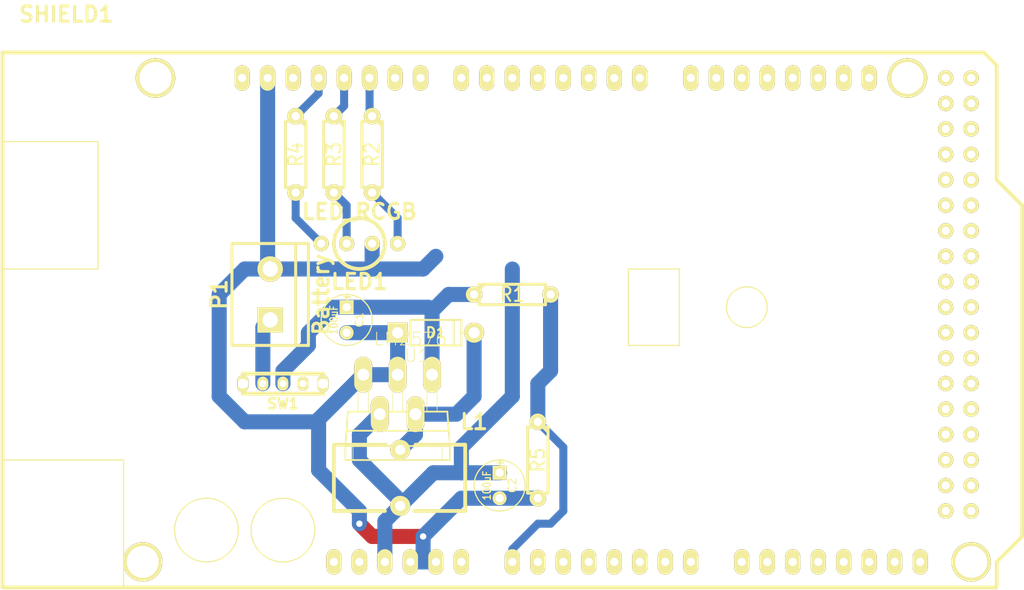
<source format=kicad_pcb>
(kicad_pcb (version 3) (host pcbnew "(2013-mar-13)-testing")

  (general
    (links 35)
    (no_connects 8)
    (area 0 0 0 0)
    (thickness 1.6)
    (drawings 0)
    (tracks 83)
    (zones 0)
    (modules 14)
    (nets 84)
  )

  (page A4)
  (layers
    (15 Comp. signal)
    (0 Cobre signal)
    (16 B.Adhes user)
    (17 F.Adhes user)
    (18 B.Paste user)
    (19 F.Paste user)
    (20 B.SilkS user)
    (21 F.SilkS user)
    (22 B.Mask user)
    (23 F.Mask user)
    (24 Dwgs.User user)
    (25 Cmts.User user)
    (26 Eco1.User user)
    (27 Eco2.User user)
    (28 Edge.Cuts user)
  )

  (setup
    (last_trace_width 1.5)
    (user_trace_width 1)
    (user_trace_width 1.5)
    (trace_clearance 0.5)
    (zone_clearance 0.508)
    (zone_45_only no)
    (trace_min 0.254)
    (segment_width 0.381)
    (edge_width 0.381)
    (via_size 0.889)
    (via_drill 0.635)
    (via_min_size 0.889)
    (via_min_drill 0.508)
    (uvia_size 0.508)
    (uvia_drill 0.127)
    (uvias_allowed no)
    (uvia_min_size 0.508)
    (uvia_min_drill 0.127)
    (pcb_text_width 0.3048)
    (pcb_text_size 1.524 2.032)
    (mod_edge_width 0.381)
    (mod_text_size 1.524 1.524)
    (mod_text_width 0.3048)
    (pad_size 1.1 1.7)
    (pad_drill 1)
    (pad_to_mask_clearance 0.2)
    (aux_axis_origin 0 0)
    (visible_elements FFFFFF7F)
    (pcbplotparams
      (layerselection 3178497)
      (usegerberextensions true)
      (excludeedgelayer true)
      (linewidth 0.100000)
      (plotframeref false)
      (viasonmask false)
      (mode 1)
      (useauxorigin false)
      (hpglpennumber 1)
      (hpglpenspeed 20)
      (hpglpendiameter 15)
      (hpglpenoverlay 2)
      (psnegative false)
      (psa4output false)
      (plotreference true)
      (plotvalue true)
      (plotothertext true)
      (plotinvisibletext false)
      (padsonsilk false)
      (subtractmaskfromsilk false)
      (outputformat 1)
      (mirror false)
      (drillshape 1)
      (scaleselection 1)
      (outputdirectory ""))
  )

  (net 0 "")
  (net 1 +5V)
  (net 2 +BATT)
  (net 3 BattVolt)
  (net 4 GND)
  (net 5 LedB)
  (net 6 LedG)
  (net 7 LedR)
  (net 8 N-0000013)
  (net 9 N-0000014)
  (net 10 N-0000015)
  (net 11 N-0000016)
  (net 12 N-0000017)
  (net 13 N-0000018)
  (net 14 N-0000019)
  (net 15 N-0000020)
  (net 16 N-0000021)
  (net 17 N-0000022)
  (net 18 N-0000023)
  (net 19 N-0000024)
  (net 20 N-0000025)
  (net 21 N-0000026)
  (net 22 N-0000027)
  (net 23 N-0000028)
  (net 24 N-0000029)
  (net 25 N-0000030)
  (net 26 N-0000031)
  (net 27 N-0000032)
  (net 28 N-0000033)
  (net 29 N-0000034)
  (net 30 N-0000035)
  (net 31 N-0000036)
  (net 32 N-0000037)
  (net 33 N-0000038)
  (net 34 N-0000039)
  (net 35 N-000004)
  (net 36 N-0000040)
  (net 37 N-0000041)
  (net 38 N-0000042)
  (net 39 N-0000043)
  (net 40 N-0000044)
  (net 41 N-0000045)
  (net 42 N-0000046)
  (net 43 N-0000047)
  (net 44 N-0000048)
  (net 45 N-0000049)
  (net 46 N-000005)
  (net 47 N-0000050)
  (net 48 N-0000051)
  (net 49 N-0000052)
  (net 50 N-0000053)
  (net 51 N-0000054)
  (net 52 N-0000055)
  (net 53 N-0000056)
  (net 54 N-0000057)
  (net 55 N-0000058)
  (net 56 N-0000059)
  (net 57 N-000006)
  (net 58 N-0000060)
  (net 59 N-0000061)
  (net 60 N-0000062)
  (net 61 N-0000063)
  (net 62 N-0000064)
  (net 63 N-0000065)
  (net 64 N-0000066)
  (net 65 N-0000067)
  (net 66 N-0000068)
  (net 67 N-0000069)
  (net 68 N-000007)
  (net 69 N-0000070)
  (net 70 N-0000071)
  (net 71 N-0000072)
  (net 72 N-0000073)
  (net 73 N-0000074)
  (net 74 N-0000075)
  (net 75 N-0000076)
  (net 76 N-0000077)
  (net 77 N-0000078)
  (net 78 N-0000079)
  (net 79 N-0000080)
  (net 80 N-0000081)
  (net 81 N-0000082)
  (net 82 N-0000083)
  (net 83 N-000009)

  (net_class Default "This is the default net class."
    (clearance 0.5)
    (trace_width 0.8)
    (via_dia 0.889)
    (via_drill 0.635)
    (uvia_dia 0.508)
    (uvia_drill 0.127)
    (add_net "")
    (add_net +5V)
    (add_net +BATT)
    (add_net BattVolt)
    (add_net GND)
    (add_net LedB)
    (add_net LedG)
    (add_net LedR)
    (add_net N-0000013)
    (add_net N-0000014)
    (add_net N-0000015)
    (add_net N-0000016)
    (add_net N-0000017)
    (add_net N-0000018)
    (add_net N-0000019)
    (add_net N-0000020)
    (add_net N-0000021)
    (add_net N-0000022)
    (add_net N-0000023)
    (add_net N-0000024)
    (add_net N-0000025)
    (add_net N-0000026)
    (add_net N-0000027)
    (add_net N-0000028)
    (add_net N-0000029)
    (add_net N-0000030)
    (add_net N-0000031)
    (add_net N-0000032)
    (add_net N-0000033)
    (add_net N-0000034)
    (add_net N-0000035)
    (add_net N-0000036)
    (add_net N-0000037)
    (add_net N-0000038)
    (add_net N-0000039)
    (add_net N-000004)
    (add_net N-0000040)
    (add_net N-0000041)
    (add_net N-0000042)
    (add_net N-0000043)
    (add_net N-0000044)
    (add_net N-0000045)
    (add_net N-0000046)
    (add_net N-0000047)
    (add_net N-0000048)
    (add_net N-0000049)
    (add_net N-000005)
    (add_net N-0000050)
    (add_net N-0000051)
    (add_net N-0000052)
    (add_net N-0000053)
    (add_net N-0000054)
    (add_net N-0000055)
    (add_net N-0000056)
    (add_net N-0000057)
    (add_net N-0000058)
    (add_net N-0000059)
    (add_net N-000006)
    (add_net N-0000060)
    (add_net N-0000061)
    (add_net N-0000062)
    (add_net N-0000063)
    (add_net N-0000064)
    (add_net N-0000065)
    (add_net N-0000066)
    (add_net N-0000067)
    (add_net N-0000068)
    (add_net N-0000069)
    (add_net N-000007)
    (add_net N-0000070)
    (add_net N-0000071)
    (add_net N-0000072)
    (add_net N-0000073)
    (add_net N-0000074)
    (add_net N-0000075)
    (add_net N-0000076)
    (add_net N-0000077)
    (add_net N-0000078)
    (add_net N-0000079)
    (add_net N-0000080)
    (add_net N-0000081)
    (add_net N-0000082)
    (add_net N-0000083)
    (add_net N-000009)
  )

  (module MICROSWITCH_SPST (layer Comp.) (tedit 51B8CA45) (tstamp 51B8C79F)
    (at 134.62 102.87)
    (descr "Connecteur 3 pins")
    (tags "CONN DEV")
    (path /51B8A3AE)
    (fp_text reference SW1 (at 0 2) (layer F.SilkS)
      (effects (font (size 1.016 1.016) (thickness 0.254)))
    )
    (fp_text value PowerSwitch (at 0 -2.54) (layer F.SilkS) hide
      (effects (font (size 1.016 1.016) (thickness 0.254)))
    )
    (fp_line (start 4 -1) (end -4 -1) (layer F.SilkS) (width 0.381))
    (fp_line (start 4 -1) (end 4 1) (layer F.SilkS) (width 0.381))
    (fp_line (start 4 1) (end -4 1) (layer F.SilkS) (width 0.381))
    (fp_line (start -4 1) (end -4 -1) (layer F.SilkS) (width 0.381))
    (pad 1 thru_hole oval (at -2 0) (size 1.1 1.397) (drill 0.7)
      (layers *.Cu *.Mask F.SilkS)
      (net 83 N-000009)
    )
    (pad 2 thru_hole oval (at 0 0) (size 1.1 1.397) (drill 0.7)
      (layers *.Cu *.Mask F.SilkS)
      (net 2 +BATT)
    )
    (pad 3 thru_hole oval (at 2 0) (size 1.1 1.397) (drill 0.7)
      (layers *.Cu *.Mask F.SilkS)
      (net 46 N-000005)
    )
    (pad 4 thru_hole oval (at 4 0) (size 1.1 1.7) (drill 1)
      (layers *.Cu *.Mask F.SilkS)
    )
    (pad 5 thru_hole oval (at -4 0) (size 1.1 1.7) (drill 1)
      (layers *.Cu *.Mask F.SilkS)
    )
    (model device/switch_slide_straight_terminal.wrl
      (at (xyz 0 0 0))
      (scale (xyz 0.33 0.33 0.33))
      (rotate (xyz 0 0 0))
    )
  )

  (module DO41_3 (layer Comp.) (tedit 51B8C836) (tstamp 51B8C861)
    (at 149.86 97.79)
    (descr "Diode DO41 3 pas")
    (tags D)
    (path /51B851F9)
    (autoplace_cost180 10)
    (fp_text reference D1 (at 0 0) (layer F.SilkS)
      (effects (font (size 1.016 1.016) (thickness 0.2032)))
    )
    (fp_text value 1N5822 (at 0 0) (layer F.SilkS) hide
      (effects (font (size 1.016 1.016) (thickness 0.2032)))
    )
    (fp_line (start -3.81 0) (end -2.54 0) (layer F.SilkS) (width 0.2032))
    (fp_line (start 2.54 0) (end 3.81 0) (layer F.SilkS) (width 0.2032))
    (fp_line (start 1.778 -1.27) (end 1.778 1.27) (layer F.SilkS) (width 0.2032))
    (fp_line (start 2.54 -1.27) (end -2.54 -1.27) (layer F.SilkS) (width 0.2032))
    (fp_line (start -2.54 -1.27) (end -2.54 1.27) (layer F.SilkS) (width 0.2032))
    (fp_line (start -2.54 1.27) (end 2.54 1.27) (layer F.SilkS) (width 0.2032))
    (fp_line (start 2.54 1.27) (end 2.54 -1.27) (layer F.SilkS) (width 0.2032))
    (pad 1 thru_hole rect (at -3.81 0) (size 2 2) (drill 1.1)
      (layers *.Cu *.Mask F.SilkS)
      (net 4 GND)
    )
    (pad 2 thru_hole circle (at 3.81 0) (size 2 2) (drill 1.1)
      (layers *.Cu *.Mask F.SilkS)
      (net 8 N-0000013)
    )
    (model diodes/do41_3.wrl
      (at (xyz 0 0 0))
      (scale (xyz 1 1 1))
      (rotate (xyz 0 0 0))
    )
  )

  (module ARDUINO_MEGA_SHIELD (layer Comp.) (tedit 4D35330D) (tstamp 51B84CE1)
    (at 106.68 123.19)
    (path /51B84CE1)
    (fp_text reference SHIELD1 (at 6.35 -57.15) (layer F.SilkS)
      (effects (font (thickness 0.3048)))
    )
    (fp_text value ARDUINO_MEGA_SHIELD (at 13.97 -54.61) (layer F.SilkS) hide
      (effects (font (thickness 0.3048)))
    )
    (fp_circle (center 27.94 -5.715) (end 31.115 -5.715) (layer F.SilkS) (width 0.127))
    (fp_circle (center 20.32 -5.715) (end 23.495 -5.715) (layer F.SilkS) (width 0.127))
    (fp_line (start 0 -12.7) (end 12.065 -12.7) (layer F.SilkS) (width 0.127))
    (fp_line (start 12.065 -12.7) (end 12.065 0) (layer F.SilkS) (width 0.127))
    (fp_line (start 0 -44.45) (end 9.525 -44.45) (layer F.SilkS) (width 0.127))
    (fp_line (start 9.525 -44.45) (end 9.525 -31.75) (layer F.SilkS) (width 0.127))
    (fp_line (start 9.525 -31.75) (end 0 -31.75) (layer F.SilkS) (width 0.127))
    (fp_line (start 62.357 -31.75) (end 62.357 -24.13) (layer F.SilkS) (width 0.127))
    (fp_line (start 62.357 -24.13) (end 67.437 -24.13) (layer F.SilkS) (width 0.127))
    (fp_line (start 67.437 -24.13) (end 67.437 -31.75) (layer F.SilkS) (width 0.127))
    (fp_line (start 67.437 -31.75) (end 62.357 -31.75) (layer F.SilkS) (width 0.127))
    (fp_circle (center 74.168 -27.94) (end 76.2 -27.94) (layer F.SilkS) (width 0.127))
    (fp_line (start 99.06 0) (end 0 0) (layer F.SilkS) (width 0.381))
    (fp_line (start 97.79 -53.34) (end 0 -53.34) (layer F.SilkS) (width 0.381))
    (fp_line (start 99.06 -40.64) (end 99.06 -52.07) (layer F.SilkS) (width 0.381))
    (fp_line (start 99.06 -52.07) (end 97.79 -53.34) (layer F.SilkS) (width 0.381))
    (fp_line (start 0 0) (end 0 -53.34) (layer F.SilkS) (width 0.381))
    (fp_line (start 99.06 -40.64) (end 101.6 -38.1) (layer F.SilkS) (width 0.381))
    (fp_line (start 101.6 -38.1) (end 101.6 -5.08) (layer F.SilkS) (width 0.381))
    (fp_line (start 101.6 -5.08) (end 99.06 -2.54) (layer F.SilkS) (width 0.381))
    (fp_line (start 99.06 -2.54) (end 99.06 0) (layer F.SilkS) (width 0.381))
    (pad 14 thru_hole oval (at 68.58 -50.8 90) (size 2.54 1.524) (drill 0.8128)
      (layers *.Cu *.Mask F.SilkS)
      (net 59 N-0000061)
    )
    (pad 15 thru_hole oval (at 71.12 -50.8 90) (size 2.54 1.524) (drill 0.8128)
      (layers *.Cu *.Mask F.SilkS)
      (net 63 N-0000065)
    )
    (pad 16 thru_hole oval (at 73.66 -50.8 90) (size 2.54 1.524) (drill 0.8128)
      (layers *.Cu *.Mask F.SilkS)
      (net 67 N-0000069)
    )
    (pad 17 thru_hole oval (at 76.2 -50.8 90) (size 2.54 1.524) (drill 0.8128)
      (layers *.Cu *.Mask F.SilkS)
      (net 71 N-0000072)
    )
    (pad 18 thru_hole oval (at 78.74 -50.8 90) (size 2.54 1.524) (drill 0.8128)
      (layers *.Cu *.Mask F.SilkS)
      (net 75 N-0000076)
    )
    (pad 19 thru_hole oval (at 81.28 -50.8 90) (size 2.54 1.524) (drill 0.8128)
      (layers *.Cu *.Mask F.SilkS)
      (net 79 N-0000080)
    )
    (pad 20 thru_hole oval (at 83.82 -50.8 90) (size 2.54 1.524) (drill 0.8128)
      (layers *.Cu *.Mask F.SilkS)
      (net 20 N-0000025)
    )
    (pad 21 thru_hole oval (at 86.36 -50.8 90) (size 2.54 1.524) (drill 0.8128)
      (layers *.Cu *.Mask F.SilkS)
      (net 23 N-0000028)
    )
    (pad AD15 thru_hole oval (at 91.44 -2.54 90) (size 2.54 1.524) (drill 0.8128)
      (layers *.Cu *.Mask F.SilkS)
      (net 52 N-0000055)
    )
    (pad AD14 thru_hole oval (at 88.9 -2.54 90) (size 2.54 1.524) (drill 0.8128)
      (layers *.Cu *.Mask F.SilkS)
      (net 51 N-0000054)
    )
    (pad AD13 thru_hole oval (at 86.36 -2.54 90) (size 2.54 1.524) (drill 0.8128)
      (layers *.Cu *.Mask F.SilkS)
      (net 50 N-0000053)
    )
    (pad AD12 thru_hole oval (at 83.82 -2.54 90) (size 2.54 1.524) (drill 0.8128)
      (layers *.Cu *.Mask F.SilkS)
      (net 49 N-0000052)
    )
    (pad AD8 thru_hole oval (at 73.66 -2.54 90) (size 2.54 1.524) (drill 0.8128)
      (layers *.Cu *.Mask F.SilkS)
      (net 43 N-0000047)
    )
    (pad AD7 thru_hole oval (at 68.58 -2.54 90) (size 2.54 1.524) (drill 0.8128)
      (layers *.Cu *.Mask F.SilkS)
      (net 42 N-0000046)
    )
    (pad AD6 thru_hole oval (at 66.04 -2.54 90) (size 2.54 1.524) (drill 0.8128)
      (layers *.Cu *.Mask F.SilkS)
      (net 41 N-0000045)
    )
    (pad AD9 thru_hole oval (at 76.2 -2.54 90) (size 2.54 1.524) (drill 0.8128)
      (layers *.Cu *.Mask F.SilkS)
      (net 44 N-0000048)
    )
    (pad AD10 thru_hole oval (at 78.74 -2.54 90) (size 2.54 1.524) (drill 0.8128)
      (layers *.Cu *.Mask F.SilkS)
      (net 47 N-0000050)
    )
    (pad AD11 thru_hole oval (at 81.28 -2.54 90) (size 2.54 1.524) (drill 0.8128)
      (layers *.Cu *.Mask F.SilkS)
      (net 48 N-0000051)
    )
    (pad AD5 thru_hole oval (at 63.5 -2.54 90) (size 2.54 1.524) (drill 0.8128)
      (layers *.Cu *.Mask F.SilkS)
      (net 40 N-0000044)
    )
    (pad AD4 thru_hole oval (at 60.96 -2.54 90) (size 2.54 1.524) (drill 0.8128)
      (layers *.Cu *.Mask F.SilkS)
      (net 39 N-0000043)
    )
    (pad AD3 thru_hole oval (at 58.42 -2.54 90) (size 2.54 1.524) (drill 0.8128)
      (layers *.Cu *.Mask F.SilkS)
      (net 37 N-0000041)
    )
    (pad AD0 thru_hole oval (at 50.8 -2.54 90) (size 2.54 1.524) (drill 0.8128)
      (layers *.Cu *.Mask F.SilkS)
      (net 3 BattVolt)
    )
    (pad AD1 thru_hole oval (at 53.34 -2.54 90) (size 2.54 1.524) (drill 0.8128)
      (layers *.Cu *.Mask F.SilkS)
      (net 34 N-0000039)
    )
    (pad AD2 thru_hole oval (at 55.88 -2.54 90) (size 2.54 1.524) (drill 0.8128)
      (layers *.Cu *.Mask F.SilkS)
      (net 36 N-0000040)
    )
    (pad V_IN thru_hole oval (at 45.72 -2.54 90) (size 2.54 1.524) (drill 0.8128)
      (layers *.Cu *.Mask F.SilkS)
      (net 54 N-0000057)
    )
    (pad GND2 thru_hole oval (at 43.18 -2.54 90) (size 2.54 1.524) (drill 0.8128)
      (layers *.Cu *.Mask F.SilkS)
      (net 4 GND)
    )
    (pad GND1 thru_hole oval (at 40.64 -2.54 90) (size 2.54 1.524) (drill 0.8128)
      (layers *.Cu *.Mask F.SilkS)
      (net 4 GND)
    )
    (pad 3V3 thru_hole oval (at 35.56 -2.54 90) (size 2.54 1.524) (drill 0.8128)
      (layers *.Cu *.Mask F.SilkS)
      (net 38 N-0000042)
    )
    (pad RST thru_hole oval (at 33.02 -2.54 90) (size 2.54 1.524) (drill 0.8128)
      (layers *.Cu *.Mask F.SilkS)
      (net 45 N-0000049)
    )
    (pad 0 thru_hole oval (at 63.5 -50.8 90) (size 2.54 1.524) (drill 0.8128)
      (layers *.Cu *.Mask F.SilkS)
      (net 10 N-0000015)
    )
    (pad 1 thru_hole oval (at 60.96 -50.8 90) (size 2.54 1.524) (drill 0.8128)
      (layers *.Cu *.Mask F.SilkS)
      (net 11 N-0000016)
    )
    (pad 2 thru_hole oval (at 58.42 -50.8 90) (size 2.54 1.524) (drill 0.8128)
      (layers *.Cu *.Mask F.SilkS)
      (net 12 N-0000017)
    )
    (pad 3 thru_hole oval (at 55.88 -50.8 90) (size 2.54 1.524) (drill 0.8128)
      (layers *.Cu *.Mask F.SilkS)
      (net 13 N-0000018)
    )
    (pad 4 thru_hole oval (at 53.34 -50.8 90) (size 2.54 1.524) (drill 0.8128)
      (layers *.Cu *.Mask F.SilkS)
      (net 14 N-0000019)
    )
    (pad 5 thru_hole oval (at 50.8 -50.8 90) (size 2.54 1.524) (drill 0.8128)
      (layers *.Cu *.Mask F.SilkS)
      (net 15 N-0000020)
    )
    (pad 6 thru_hole oval (at 48.26 -50.8 90) (size 2.54 1.524) (drill 0.8128)
      (layers *.Cu *.Mask F.SilkS)
      (net 16 N-0000021)
    )
    (pad 7 thru_hole oval (at 45.72 -50.8 90) (size 2.54 1.524) (drill 0.8128)
      (layers *.Cu *.Mask F.SilkS)
      (net 17 N-0000022)
    )
    (pad 8 thru_hole oval (at 41.656 -50.8 90) (size 2.54 1.524) (drill 0.8128)
      (layers *.Cu *.Mask F.SilkS)
      (net 18 N-0000023)
    )
    (pad 9 thru_hole oval (at 39.116 -50.8 90) (size 2.54 1.524) (drill 0.8128)
      (layers *.Cu *.Mask F.SilkS)
      (net 19 N-0000024)
    )
    (pad 10 thru_hole oval (at 36.576 -50.8 90) (size 2.54 1.524) (drill 0.8128)
      (layers *.Cu *.Mask F.SilkS)
      (net 7 LedR)
    )
    (pad 11 thru_hole oval (at 34.036 -50.8 90) (size 2.54 1.524) (drill 0.8128)
      (layers *.Cu *.Mask F.SilkS)
      (net 6 LedG)
    )
    (pad 12 thru_hole oval (at 31.496 -50.8 90) (size 2.54 1.524) (drill 0.8128)
      (layers *.Cu *.Mask F.SilkS)
      (net 5 LedB)
    )
    (pad 13 thru_hole oval (at 28.956 -50.8 90) (size 2.54 1.524) (drill 0.8128)
      (layers *.Cu *.Mask F.SilkS)
      (net 31 N-0000036)
    )
    (pad GND3 thru_hole oval (at 26.416 -50.8 90) (size 2.54 1.524) (drill 0.8128)
      (layers *.Cu *.Mask F.SilkS)
      (net 4 GND)
    )
    (pad AREF thru_hole oval (at 23.876 -50.8 90) (size 2.54 1.524) (drill 0.8128)
      (layers *.Cu *.Mask F.SilkS)
      (net 53 N-0000056)
    )
    (pad 5V thru_hole oval (at 38.1 -2.54 90) (size 2.54 1.524) (drill 0.8128)
      (layers *.Cu *.Mask F.SilkS)
      (net 1 +5V)
    )
    (pad GND1 thru_hole circle (at 96.52 -2.54 90) (size 3.937 3.937) (drill 3.175)
      (layers *.Cu *.Mask F.SilkS)
      (net 4 GND)
    )
    (pad GND1 thru_hole circle (at 90.17 -50.8 90) (size 3.937 3.937) (drill 3.175)
      (layers *.Cu *.Mask F.SilkS)
      (net 4 GND)
    )
    (pad GND1 thru_hole circle (at 15.24 -50.8 90) (size 3.937 3.937) (drill 3.175)
      (layers *.Cu *.Mask F.SilkS)
      (net 4 GND)
    )
    (pad GND1 thru_hole circle (at 13.97 -2.54 90) (size 3.937 3.937) (drill 3.175)
      (layers *.Cu *.Mask F.SilkS)
      (net 4 GND)
    )
    (pad 22 thru_hole circle (at 93.98 -48.26) (size 1.524 1.524) (drill 0.8128)
      (layers *.Cu *.Mask F.SilkS)
      (net 27 N-0000032)
    )
    (pad 23 thru_hole circle (at 96.52 -48.26) (size 1.524 1.524) (drill 0.8128)
      (layers *.Cu *.Mask F.SilkS)
      (net 32 N-0000037)
    )
    (pad 24 thru_hole circle (at 93.98 -45.72) (size 1.524 1.524) (drill 0.8128)
      (layers *.Cu *.Mask F.SilkS)
      (net 60 N-0000062)
    )
    (pad 25 thru_hole circle (at 96.52 -45.72) (size 1.524 1.524) (drill 0.8128)
      (layers *.Cu *.Mask F.SilkS)
      (net 64 N-0000066)
    )
    (pad 26 thru_hole circle (at 93.98 -43.18) (size 1.524 1.524) (drill 0.8128)
      (layers *.Cu *.Mask F.SilkS)
      (net 69 N-0000070)
    )
    (pad 27 thru_hole circle (at 96.52 -43.18) (size 1.524 1.524) (drill 0.8128)
      (layers *.Cu *.Mask F.SilkS)
      (net 72 N-0000073)
    )
    (pad 28 thru_hole circle (at 93.98 -40.64) (size 1.524 1.524) (drill 0.8128)
      (layers *.Cu *.Mask F.SilkS)
      (net 76 N-0000077)
    )
    (pad 29 thru_hole circle (at 96.52 -40.64) (size 1.524 1.524) (drill 0.8128)
      (layers *.Cu *.Mask F.SilkS)
      (net 80 N-0000081)
    )
    (pad 5V_4 thru_hole circle (at 93.98 -50.8) (size 1.524 1.524) (drill 0.8128)
      (layers *.Cu *.Mask F.SilkS)
      (net 1 +5V)
    )
    (pad 5V_5 thru_hole circle (at 96.52 -50.8) (size 1.524 1.524) (drill 0.8128)
      (layers *.Cu *.Mask F.SilkS)
      (net 1 +5V)
    )
    (pad 31 thru_hole circle (at 96.52 -38.1) (size 1.524 1.524) (drill 0.8128)
      (layers *.Cu *.Mask F.SilkS)
      (net 24 N-0000029)
    )
    (pad 30 thru_hole circle (at 93.98 -38.1) (size 1.524 1.524) (drill 0.8128)
      (layers *.Cu *.Mask F.SilkS)
      (net 21 N-0000026)
    )
    (pad 32 thru_hole circle (at 93.98 -35.56) (size 1.524 1.524) (drill 0.8128)
      (layers *.Cu *.Mask F.SilkS)
      (net 28 N-0000033)
    )
    (pad 33 thru_hole circle (at 96.52 -35.56) (size 1.524 1.524) (drill 0.8128)
      (layers *.Cu *.Mask F.SilkS)
      (net 33 N-0000038)
    )
    (pad 34 thru_hole circle (at 93.98 -33.02) (size 1.524 1.524) (drill 0.8128)
      (layers *.Cu *.Mask F.SilkS)
      (net 61 N-0000063)
    )
    (pad 35 thru_hole circle (at 96.52 -33.02) (size 1.524 1.524) (drill 0.8128)
      (layers *.Cu *.Mask F.SilkS)
      (net 65 N-0000067)
    )
    (pad 36 thru_hole circle (at 93.98 -30.48) (size 1.524 1.524) (drill 0.8128)
      (layers *.Cu *.Mask F.SilkS)
      (net 70 N-0000071)
    )
    (pad 37 thru_hole circle (at 96.52 -30.48) (size 1.524 1.524) (drill 0.8128)
      (layers *.Cu *.Mask F.SilkS)
      (net 73 N-0000074)
    )
    (pad 38 thru_hole circle (at 93.98 -27.94) (size 1.524 1.524) (drill 0.8128)
      (layers *.Cu *.Mask F.SilkS)
      (net 77 N-0000078)
    )
    (pad 39 thru_hole circle (at 96.52 -27.94) (size 1.524 1.524) (drill 0.8128)
      (layers *.Cu *.Mask F.SilkS)
      (net 81 N-0000082)
    )
    (pad 40 thru_hole circle (at 93.98 -25.4) (size 1.524 1.524) (drill 0.8128)
      (layers *.Cu *.Mask F.SilkS)
      (net 9 N-0000014)
    )
    (pad 41 thru_hole circle (at 96.52 -25.4) (size 1.524 1.524) (drill 0.8128)
      (layers *.Cu *.Mask F.SilkS)
      (net 25 N-0000030)
    )
    (pad 42 thru_hole circle (at 93.98 -22.86) (size 1.524 1.524) (drill 0.8128)
      (layers *.Cu *.Mask F.SilkS)
      (net 29 N-0000034)
    )
    (pad 43 thru_hole circle (at 96.52 -22.86) (size 1.524 1.524) (drill 0.8128)
      (layers *.Cu *.Mask F.SilkS)
      (net 56 N-0000059)
    )
    (pad 44 thru_hole circle (at 93.98 -20.32) (size 1.524 1.524) (drill 0.8128)
      (layers *.Cu *.Mask F.SilkS)
      (net 62 N-0000064)
    )
    (pad 45 thru_hole circle (at 96.52 -20.32) (size 1.524 1.524) (drill 0.8128)
      (layers *.Cu *.Mask F.SilkS)
      (net 66 N-0000068)
    )
    (pad 46 thru_hole circle (at 93.98 -17.78) (size 1.524 1.524) (drill 0.8128)
      (layers *.Cu *.Mask F.SilkS)
      (net 55 N-0000058)
    )
    (pad 47 thru_hole circle (at 96.52 -17.78) (size 1.524 1.524) (drill 0.8128)
      (layers *.Cu *.Mask F.SilkS)
      (net 74 N-0000075)
    )
    (pad 48 thru_hole circle (at 93.98 -15.24) (size 1.524 1.524) (drill 0.8128)
      (layers *.Cu *.Mask F.SilkS)
      (net 78 N-0000079)
    )
    (pad 49 thru_hole circle (at 96.52 -15.24) (size 1.524 1.524) (drill 0.8128)
      (layers *.Cu *.Mask F.SilkS)
      (net 82 N-0000083)
    )
    (pad 50 thru_hole circle (at 93.98 -12.7) (size 1.524 1.524) (drill 0.8128)
      (layers *.Cu *.Mask F.SilkS)
      (net 22 N-0000027)
    )
    (pad 51 thru_hole circle (at 96.52 -12.7) (size 1.524 1.524) (drill 0.8128)
      (layers *.Cu *.Mask F.SilkS)
      (net 26 N-0000031)
    )
    (pad 52 thru_hole circle (at 93.98 -10.16) (size 1.524 1.524) (drill 0.8128)
      (layers *.Cu *.Mask F.SilkS)
      (net 30 N-0000035)
    )
    (pad 53 thru_hole circle (at 96.52 -10.16) (size 1.524 1.524) (drill 0.8128)
      (layers *.Cu *.Mask F.SilkS)
      (net 58 N-0000060)
    )
    (pad GND4 thru_hole circle (at 93.98 -7.62) (size 1.524 1.524) (drill 0.8128)
      (layers *.Cu *.Mask F.SilkS)
      (net 4 GND)
    )
    (pad GND5 thru_hole circle (at 96.52 -7.62) (size 1.524 1.524) (drill 0.8128)
      (layers *.Cu *.Mask F.SilkS)
      (net 4 GND)
    )
    (model packages3d\nick\ArduinoMegaShield.wrl
      (at (xyz 0 0 0))
      (scale (xyz 1 1 1))
      (rotate (xyz 0 0 0))
    )
  )

  (module C1V5 (layer Comp.) (tedit 3E070CF4) (tstamp 51B84E73)
    (at 156.21 113.03 270)
    (descr "Condensateur e = 1 pas")
    (tags C)
    (path /51B84E73)
    (fp_text reference C2 (at 0 -1.26746 270) (layer F.SilkS)
      (effects (font (size 0.762 0.762) (thickness 0.127)))
    )
    (fp_text value 100uF (at 0 1.27 270) (layer F.SilkS)
      (effects (font (size 0.762 0.635) (thickness 0.127)))
    )
    (fp_text user + (at -2.286 0 270) (layer F.SilkS)
      (effects (font (size 0.762 0.762) (thickness 0.2032)))
    )
    (fp_circle (center 0 0) (end 0.127 -2.54) (layer F.SilkS) (width 0.127))
    (pad 1 thru_hole rect (at -1.27 0 270) (size 1.397 1.397) (drill 0.8128)
      (layers *.Cu *.Mask F.SilkS)
      (net 1 +5V)
    )
    (pad 2 thru_hole circle (at 1.27 0 270) (size 1.397 1.397) (drill 0.8128)
      (layers *.Cu *.Mask F.SilkS)
      (net 4 GND)
    )
    (model discret/c_vert_c1v5.wrl
      (at (xyz 0 0 0))
      (scale (xyz 1 1 1))
      (rotate (xyz 0 0 0))
    )
  )

  (module C1V5 (layer Comp.) (tedit 3E070CF4) (tstamp 51B895A8)
    (at 140.97 96.52 270)
    (descr "Condensateur e = 1 pas")
    (tags C)
    (path /51B84E6F)
    (fp_text reference C1 (at 0 -1.26746 270) (layer F.SilkS)
      (effects (font (size 0.762 0.762) (thickness 0.127)))
    )
    (fp_text value 100uF (at 0 1.27 270) (layer F.SilkS)
      (effects (font (size 0.762 0.635) (thickness 0.127)))
    )
    (fp_text user + (at -2.286 0 270) (layer F.SilkS)
      (effects (font (size 0.762 0.762) (thickness 0.2032)))
    )
    (fp_circle (center 0 0) (end 0.127 -2.54) (layer F.SilkS) (width 0.127))
    (pad 1 thru_hole rect (at -1.27 0 270) (size 1.397 1.397) (drill 0.8128)
      (layers *.Cu *.Mask F.SilkS)
      (net 2 +BATT)
    )
    (pad 2 thru_hole circle (at 1.27 0 270) (size 1.397 1.397) (drill 0.8128)
      (layers *.Cu *.Mask F.SilkS)
      (net 4 GND)
    )
    (model discret/c_vert_c1v5.wrl
      (at (xyz 0 0 0))
      (scale (xyz 1 1 1))
      (rotate (xyz 0 0 0))
    )
  )

  (module Choke_Toroid_6,5x13mm_Vertical (layer Comp.) (tedit 4C5BE08F) (tstamp 51B84C2F)
    (at 139.7 115.57)
    (descr "Toroid, Coil, Choke,  6,5mm x 13mm, Vertical, Inductor, Drossel, Thruhole,")
    (tags "Toroid, Coil, Choke,  6,5mm x 13mm, Vertical, Inductor, Drossel, Thruhole,")
    (path /51B84C2F)
    (fp_text reference L1 (at 13.97 -8.89) (layer F.SilkS)
      (effects (font (thickness 0.3048)))
    )
    (fp_text value 100uH (at 5.08 2.54) (layer F.SilkS) hide
      (effects (font (size 1.50114 1.50114) (thickness 0.20066)))
    )
    (fp_line (start 0 -6.604) (end 5.207 -6.604) (layer F.SilkS) (width 0.381))
    (fp_line (start 13.081 -6.604) (end 8.128 -6.604) (layer F.SilkS) (width 0.381))
    (fp_line (start 0 0) (end 5.08 0) (layer F.SilkS) (width 0.381))
    (fp_line (start 13.081 0) (end 8.001 0) (layer F.SilkS) (width 0.381))
    (fp_line (start 13.081 0) (end 13.081 -6.604) (layer F.SilkS) (width 0.381))
    (fp_line (start 0 -6.604) (end 0 0) (layer F.SilkS) (width 0.381))
    (pad 1 thru_hole circle (at 6.604 -0.508) (size 1.99898 1.99898) (drill 1.00076)
      (layers *.Cu *.Mask F.SilkS)
      (net 1 +5V)
    )
    (pad 2 thru_hole circle (at 6.604 -6.096) (size 1.99898 1.99898) (drill 1.00076)
      (layers *.Cu *.Mask F.SilkS)
      (net 8 N-0000013)
    )
  )

  (module v-reg-L200S (layer Comp.) (tedit 200000) (tstamp 51B84E1C)
    (at 146.05 110.49 180)
    (descr "VOLTAGE REGULATOR")
    (tags "VOLTAGE REGULATOR")
    (path /51B84E1C)
    (attr virtual)
    (fp_text reference U1 (at -1.905 10.414 180) (layer F.SilkS)
      (effects (font (size 1.27 1.27) (thickness 0.0889)))
    )
    (fp_text value LM2576 (at -1.27 12.065 180) (layer F.SilkS)
      (effects (font (size 1.27 1.27) (thickness 0.0889)))
    )
    (fp_line (start -4.445 1.397) (end 4.445 1.397) (layer F.SilkS) (width 0.06604))
    (fp_line (start 4.445 1.397) (end 4.445 0) (layer F.SilkS) (width 0.06604))
    (fp_line (start -4.445 0) (end 4.445 0) (layer F.SilkS) (width 0.06604))
    (fp_line (start -4.445 1.397) (end -4.445 0) (layer F.SilkS) (width 0.06604))
    (fp_line (start 2.921 7.366) (end 3.937 7.366) (layer F.SilkS) (width 0.06604))
    (fp_line (start 3.937 7.366) (end 3.937 4.826) (layer F.SilkS) (width 0.06604))
    (fp_line (start 2.921 4.826) (end 3.937 4.826) (layer F.SilkS) (width 0.06604))
    (fp_line (start 2.921 7.366) (end 2.921 4.826) (layer F.SilkS) (width 0.06604))
    (fp_line (start 2.921 8.509) (end 3.937 8.509) (layer F.SilkS) (width 0.06604))
    (fp_line (start 3.937 8.509) (end 3.937 7.366) (layer F.SilkS) (width 0.06604))
    (fp_line (start 2.921 7.366) (end 3.937 7.366) (layer F.SilkS) (width 0.06604))
    (fp_line (start 2.921 8.509) (end 2.921 7.366) (layer F.SilkS) (width 0.06604))
    (fp_line (start -0.508 8.509) (end 0.508 8.509) (layer F.SilkS) (width 0.06604))
    (fp_line (start 0.508 8.509) (end 0.508 7.366) (layer F.SilkS) (width 0.06604))
    (fp_line (start -0.508 7.366) (end 0.508 7.366) (layer F.SilkS) (width 0.06604))
    (fp_line (start -0.508 8.509) (end -0.508 7.366) (layer F.SilkS) (width 0.06604))
    (fp_line (start -3.937 8.509) (end -2.921 8.509) (layer F.SilkS) (width 0.06604))
    (fp_line (start -2.921 8.509) (end -2.921 7.366) (layer F.SilkS) (width 0.06604))
    (fp_line (start -3.937 7.366) (end -2.921 7.366) (layer F.SilkS) (width 0.06604))
    (fp_line (start -3.937 8.509) (end -3.937 7.366) (layer F.SilkS) (width 0.06604))
    (fp_line (start -0.508 7.366) (end 0.508 7.366) (layer F.SilkS) (width 0.06604))
    (fp_line (start 0.508 7.366) (end 0.508 4.826) (layer F.SilkS) (width 0.06604))
    (fp_line (start -0.508 4.826) (end 0.508 4.826) (layer F.SilkS) (width 0.06604))
    (fp_line (start -0.508 7.366) (end -0.508 4.826) (layer F.SilkS) (width 0.06604))
    (fp_line (start -3.937 7.366) (end -2.921 7.366) (layer F.SilkS) (width 0.06604))
    (fp_line (start -2.921 7.366) (end -2.921 4.826) (layer F.SilkS) (width 0.06604))
    (fp_line (start -3.937 4.826) (end -2.921 4.826) (layer F.SilkS) (width 0.06604))
    (fp_line (start -3.937 7.366) (end -3.937 4.826) (layer F.SilkS) (width 0.06604))
    (fp_line (start 5.207 0) (end -5.207 0) (layer F.SilkS) (width 0.1778))
    (fp_line (start 5.207 0) (end 5.207 1.397) (layer F.SilkS) (width 0.1778))
    (fp_line (start -5.207 0) (end -5.207 1.397) (layer F.SilkS) (width 0.1778))
    (fp_line (start 5.08 2.921) (end -5.08 2.921) (layer F.SilkS) (width 0.1778))
    (fp_line (start -5.207 1.397) (end 5.207 1.397) (layer F.SilkS) (width 0.1778))
    (fp_line (start -5.207 1.397) (end -4.953 4.826) (layer F.SilkS) (width 0.1778))
    (fp_line (start 5.207 1.397) (end 4.953 4.826) (layer F.SilkS) (width 0.1778))
    (fp_line (start 0.635 4.826) (end -0.635 4.826) (layer F.SilkS) (width 0.1778))
    (fp_line (start 4.953 4.826) (end 2.921 4.826) (layer F.SilkS) (width 0.1778))
    (fp_line (start 2.921 4.826) (end 0.635 4.826) (layer F.SilkS) (width 0.1524))
    (fp_line (start -4.953 4.826) (end -2.921 4.826) (layer F.SilkS) (width 0.1778))
    (fp_line (start -2.921 4.826) (end -0.635 4.826) (layer F.SilkS) (width 0.1524))
    (pad 1 thru_hole oval (at -3.429 8.509 180) (size 1.7907 3.5814) (drill 1.1938)
      (layers *.Cu F.Paste F.SilkS F.Mask)
      (net 2 +BATT)
    )
    (pad 2 thru_hole oval (at -1.778 4.572 180) (size 1.7907 3.5814) (drill 1.1938)
      (layers *.Cu F.Paste F.SilkS F.Mask)
      (net 8 N-0000013)
    )
    (pad 3 thru_hole oval (at 0 8.509 180) (size 1.7907 3.5814) (drill 1.1938)
      (layers *.Cu F.Paste F.SilkS F.Mask)
      (net 4 GND)
    )
    (pad 4 thru_hole oval (at 1.778 4.572 180) (size 1.7907 3.5814) (drill 1.1938)
      (layers *.Cu F.Paste F.SilkS F.Mask)
      (net 1 +5V)
    )
    (pad 5 thru_hole oval (at 3.429 8.509 180) (size 1.7907 3.5814) (drill 1.1938)
      (layers *.Cu F.Paste F.SilkS F.Mask)
      (net 4 GND)
    )
  )

  (module LED5_RGB_long_wide (layer Comp.) (tedit 4C42FEEF) (tstamp 51B8A005)
    (at 142.24 88.9 180)
    (path /51B8930C)
    (fp_text reference LED1 (at 0 -3.81 180) (layer F.SilkS)
      (effects (font (thickness 0.3048)))
    )
    (fp_text value LED_RCGB (at 0 3.175 180) (layer F.SilkS)
      (effects (font (thickness 0.3048)))
    )
    (fp_circle (center 0 0) (end 2.54 0) (layer F.SilkS) (width 0.381))
    (pad 1 thru_hole circle (at -3.81 0 180) (size 1.524 1.524) (drill 0.8128)
      (layers *.Cu *.Mask F.SilkS)
      (net 68 N-000007)
    )
    (pad 3 thru_hole circle (at 1.27 0 180) (size 1.524 1.524) (drill 0.8128)
      (layers *.Cu *.Mask F.SilkS)
      (net 35 N-000004)
    )
    (pad 4 thru_hole circle (at 3.81 0 180) (size 1.524 1.524) (drill 0.8128)
      (layers *.Cu *.Mask F.SilkS)
      (net 57 N-000006)
    )
    (pad 2 thru_hole circle (at -1.27 0 180) (size 1.524 1.524) (drill 0.8128)
      (layers *.Cu *.Mask F.SilkS)
      (net 4 GND)
    )
    (model userlibs/libraries/packages3d/led5_RGB_vertical-wide.wrl
      (at (xyz 0 0 0))
      (scale (xyz 1 1 1))
      (rotate (xyz 0 0 180))
    )
  )

  (module bornier2 (layer Comp.) (tedit 3EC0ED69) (tstamp 51B89361)
    (at 133.35 93.98 90)
    (descr "Bornier d'alimentation 2 pins")
    (tags DEV)
    (path /51B88C07)
    (fp_text reference P1 (at 0 -5.08 90) (layer F.SilkS)
      (effects (font (thickness 0.3048)))
    )
    (fp_text value Battery (at 0 5.08 90) (layer F.SilkS)
      (effects (font (thickness 0.3048)))
    )
    (fp_line (start 5.08 2.54) (end -5.08 2.54) (layer F.SilkS) (width 0.3048))
    (fp_line (start 5.08 3.81) (end 5.08 -3.81) (layer F.SilkS) (width 0.3048))
    (fp_line (start 5.08 -3.81) (end -5.08 -3.81) (layer F.SilkS) (width 0.3048))
    (fp_line (start -5.08 -3.81) (end -5.08 3.81) (layer F.SilkS) (width 0.3048))
    (fp_line (start -5.08 3.81) (end 5.08 3.81) (layer F.SilkS) (width 0.3048))
    (pad 1 thru_hole rect (at -2.54 0 90) (size 2.54 2.54) (drill 1.524)
      (layers *.Cu *.Mask F.SilkS)
      (net 83 N-000009)
    )
    (pad 2 thru_hole circle (at 2.54 0 90) (size 2.54 2.54) (drill 1.524)
      (layers *.Cu *.Mask F.SilkS)
      (net 4 GND)
    )
    (model device/bornier_2.wrl
      (at (xyz 0 0 0))
      (scale (xyz 1 1 1))
      (rotate (xyz 0 0 0))
    )
  )

  (module R3-LARGE_PADS (layer Comp.) (tedit 47E26765) (tstamp 51B8936F)
    (at 157.48 93.98)
    (descr "Resitance 3 pas")
    (tags R)
    (path /51B88ED1)
    (autoplace_cost180 10)
    (fp_text reference R1 (at 0 0) (layer F.SilkS)
      (effects (font (size 1.397 1.27) (thickness 0.2032)))
    )
    (fp_text value R (at 0 0) (layer F.SilkS) hide
      (effects (font (size 1.397 1.27) (thickness 0.2032)))
    )
    (fp_line (start -3.81 0) (end -3.302 0) (layer F.SilkS) (width 0.3048))
    (fp_line (start 3.81 0) (end 3.302 0) (layer F.SilkS) (width 0.3048))
    (fp_line (start 3.302 0) (end 3.302 -1.016) (layer F.SilkS) (width 0.3048))
    (fp_line (start 3.302 -1.016) (end -3.302 -1.016) (layer F.SilkS) (width 0.3048))
    (fp_line (start -3.302 -1.016) (end -3.302 1.016) (layer F.SilkS) (width 0.3048))
    (fp_line (start -3.302 1.016) (end 3.302 1.016) (layer F.SilkS) (width 0.3048))
    (fp_line (start 3.302 1.016) (end 3.302 0) (layer F.SilkS) (width 0.3048))
    (fp_line (start -3.302 -0.508) (end -2.794 -1.016) (layer F.SilkS) (width 0.3048))
    (pad 1 thru_hole circle (at -3.81 0) (size 1.651 1.651) (drill 0.8128)
      (layers *.Cu *.Mask F.SilkS)
      (net 2 +BATT)
    )
    (pad 2 thru_hole circle (at 3.81 0) (size 1.651 1.651) (drill 0.8128)
      (layers *.Cu *.Mask F.SilkS)
      (net 3 BattVolt)
    )
    (model discret/resistor.wrl
      (at (xyz 0 0 0))
      (scale (xyz 0.3 0.3 0.3))
      (rotate (xyz 0 0 0))
    )
  )

  (module R3-LARGE_PADS (layer Comp.) (tedit 47E26765) (tstamp 51B8937D)
    (at 143.51 80.01 270)
    (descr "Resitance 3 pas")
    (tags R)
    (path /51B8931B)
    (autoplace_cost180 10)
    (fp_text reference R2 (at 0 0 270) (layer F.SilkS)
      (effects (font (size 1.397 1.27) (thickness 0.2032)))
    )
    (fp_text value R (at 0 0 270) (layer F.SilkS) hide
      (effects (font (size 1.397 1.27) (thickness 0.2032)))
    )
    (fp_line (start -3.81 0) (end -3.302 0) (layer F.SilkS) (width 0.3048))
    (fp_line (start 3.81 0) (end 3.302 0) (layer F.SilkS) (width 0.3048))
    (fp_line (start 3.302 0) (end 3.302 -1.016) (layer F.SilkS) (width 0.3048))
    (fp_line (start 3.302 -1.016) (end -3.302 -1.016) (layer F.SilkS) (width 0.3048))
    (fp_line (start -3.302 -1.016) (end -3.302 1.016) (layer F.SilkS) (width 0.3048))
    (fp_line (start -3.302 1.016) (end 3.302 1.016) (layer F.SilkS) (width 0.3048))
    (fp_line (start 3.302 1.016) (end 3.302 0) (layer F.SilkS) (width 0.3048))
    (fp_line (start -3.302 -0.508) (end -2.794 -1.016) (layer F.SilkS) (width 0.3048))
    (pad 1 thru_hole circle (at -3.81 0 270) (size 1.651 1.651) (drill 0.8128)
      (layers *.Cu *.Mask F.SilkS)
      (net 7 LedR)
    )
    (pad 2 thru_hole circle (at 3.81 0 270) (size 1.651 1.651) (drill 0.8128)
      (layers *.Cu *.Mask F.SilkS)
      (net 68 N-000007)
    )
    (model discret/resistor.wrl
      (at (xyz 0 0 0))
      (scale (xyz 0.3 0.3 0.3))
      (rotate (xyz 0 0 0))
    )
  )

  (module R3-LARGE_PADS (layer Comp.) (tedit 47E26765) (tstamp 51B89FEC)
    (at 139.7 80.01 270)
    (descr "Resitance 3 pas")
    (tags R)
    (path /51B8932A)
    (autoplace_cost180 10)
    (fp_text reference R3 (at 0 0 270) (layer F.SilkS)
      (effects (font (size 1.397 1.27) (thickness 0.2032)))
    )
    (fp_text value R (at 0 0 270) (layer F.SilkS) hide
      (effects (font (size 1.397 1.27) (thickness 0.2032)))
    )
    (fp_line (start -3.81 0) (end -3.302 0) (layer F.SilkS) (width 0.3048))
    (fp_line (start 3.81 0) (end 3.302 0) (layer F.SilkS) (width 0.3048))
    (fp_line (start 3.302 0) (end 3.302 -1.016) (layer F.SilkS) (width 0.3048))
    (fp_line (start 3.302 -1.016) (end -3.302 -1.016) (layer F.SilkS) (width 0.3048))
    (fp_line (start -3.302 -1.016) (end -3.302 1.016) (layer F.SilkS) (width 0.3048))
    (fp_line (start -3.302 1.016) (end 3.302 1.016) (layer F.SilkS) (width 0.3048))
    (fp_line (start 3.302 1.016) (end 3.302 0) (layer F.SilkS) (width 0.3048))
    (fp_line (start -3.302 -0.508) (end -2.794 -1.016) (layer F.SilkS) (width 0.3048))
    (pad 1 thru_hole circle (at -3.81 0 270) (size 1.651 1.651) (drill 0.8128)
      (layers *.Cu *.Mask F.SilkS)
      (net 6 LedG)
    )
    (pad 2 thru_hole circle (at 3.81 0 270) (size 1.651 1.651) (drill 0.8128)
      (layers *.Cu *.Mask F.SilkS)
      (net 35 N-000004)
    )
    (model discret/resistor.wrl
      (at (xyz 0 0 0))
      (scale (xyz 0.3 0.3 0.3))
      (rotate (xyz 0 0 0))
    )
  )

  (module R3-LARGE_PADS (layer Comp.) (tedit 47E26765) (tstamp 51B89FFB)
    (at 135.89 80.01 270)
    (descr "Resitance 3 pas")
    (tags R)
    (path /51B89339)
    (autoplace_cost180 10)
    (fp_text reference R4 (at 0 0 270) (layer F.SilkS)
      (effects (font (size 1.397 1.27) (thickness 0.2032)))
    )
    (fp_text value R (at 0 0 270) (layer F.SilkS) hide
      (effects (font (size 1.397 1.27) (thickness 0.2032)))
    )
    (fp_line (start -3.81 0) (end -3.302 0) (layer F.SilkS) (width 0.3048))
    (fp_line (start 3.81 0) (end 3.302 0) (layer F.SilkS) (width 0.3048))
    (fp_line (start 3.302 0) (end 3.302 -1.016) (layer F.SilkS) (width 0.3048))
    (fp_line (start 3.302 -1.016) (end -3.302 -1.016) (layer F.SilkS) (width 0.3048))
    (fp_line (start -3.302 -1.016) (end -3.302 1.016) (layer F.SilkS) (width 0.3048))
    (fp_line (start -3.302 1.016) (end 3.302 1.016) (layer F.SilkS) (width 0.3048))
    (fp_line (start 3.302 1.016) (end 3.302 0) (layer F.SilkS) (width 0.3048))
    (fp_line (start -3.302 -0.508) (end -2.794 -1.016) (layer F.SilkS) (width 0.3048))
    (pad 1 thru_hole circle (at -3.81 0 270) (size 1.651 1.651) (drill 0.8128)
      (layers *.Cu *.Mask F.SilkS)
      (net 5 LedB)
    )
    (pad 2 thru_hole circle (at 3.81 0 270) (size 1.651 1.651) (drill 0.8128)
      (layers *.Cu *.Mask F.SilkS)
      (net 57 N-000006)
    )
    (model discret/resistor.wrl
      (at (xyz 0 0 0))
      (scale (xyz 0.3 0.3 0.3))
      (rotate (xyz 0 0 0))
    )
  )

  (module R3-LARGE_PADS (layer Comp.) (tedit 47E26765) (tstamp 51B893A7)
    (at 160.02 110.49 270)
    (descr "Resitance 3 pas")
    (tags R)
    (path /51B88EE0)
    (autoplace_cost180 10)
    (fp_text reference R5 (at 0 0 270) (layer F.SilkS)
      (effects (font (size 1.397 1.27) (thickness 0.2032)))
    )
    (fp_text value R (at 0 0 270) (layer F.SilkS) hide
      (effects (font (size 1.397 1.27) (thickness 0.2032)))
    )
    (fp_line (start -3.81 0) (end -3.302 0) (layer F.SilkS) (width 0.3048))
    (fp_line (start 3.81 0) (end 3.302 0) (layer F.SilkS) (width 0.3048))
    (fp_line (start 3.302 0) (end 3.302 -1.016) (layer F.SilkS) (width 0.3048))
    (fp_line (start 3.302 -1.016) (end -3.302 -1.016) (layer F.SilkS) (width 0.3048))
    (fp_line (start -3.302 -1.016) (end -3.302 1.016) (layer F.SilkS) (width 0.3048))
    (fp_line (start -3.302 1.016) (end 3.302 1.016) (layer F.SilkS) (width 0.3048))
    (fp_line (start 3.302 1.016) (end 3.302 0) (layer F.SilkS) (width 0.3048))
    (fp_line (start -3.302 -0.508) (end -2.794 -1.016) (layer F.SilkS) (width 0.3048))
    (pad 1 thru_hole circle (at -3.81 0 270) (size 1.651 1.651) (drill 0.8128)
      (layers *.Cu *.Mask F.SilkS)
      (net 3 BattVolt)
    )
    (pad 2 thru_hole circle (at 3.81 0 270) (size 1.651 1.651) (drill 0.8128)
      (layers *.Cu *.Mask F.SilkS)
      (net 4 GND)
    )
    (model discret/resistor.wrl
      (at (xyz 0 0 0))
      (scale (xyz 0.3 0.3 0.3))
      (rotate (xyz 0 0 0))
    )
  )

  (segment (start 152.4 111.76) (end 152.4 109.22) (width 1.5) (layer Cobre) (net 1))
  (segment (start 157.48 104.14) (end 157.48 91.44) (width 1.5) (layer Cobre) (net 1) (tstamp 51B89E7F))
  (segment (start 152.4 109.22) (end 157.48 104.14) (width 1.5) (layer Cobre) (net 1) (tstamp 51B89E7E))
  (segment (start 156.21 111.76) (end 152.4 111.76) (width 1.5) (layer Cobre) (net 1))
  (segment (start 152.4 111.76) (end 149.606 111.76) (width 1.5) (layer Cobre) (net 1) (tstamp 51B89E7C))
  (segment (start 149.606 111.76) (end 146.304 115.062) (width 1.5) (layer Cobre) (net 1) (tstamp 51B89B85))
  (segment (start 146.304 115.062) (end 146.304 114.554) (width 1.5) (layer Cobre) (net 1))
  (segment (start 142.24 107.95) (end 144.272 105.918) (width 1.5) (layer Cobre) (net 1) (tstamp 51B898E9))
  (segment (start 142.24 110.49) (end 142.24 107.95) (width 1.5) (layer Cobre) (net 1) (tstamp 51B898E8))
  (segment (start 146.304 114.554) (end 142.24 110.49) (width 1.5) (layer Cobre) (net 1) (tstamp 51B898E7))
  (segment (start 144.78 120.65) (end 144.78 116.586) (width 1.5) (layer Cobre) (net 1))
  (segment (start 144.78 116.586) (end 146.304 115.062) (width 1.5) (layer Cobre) (net 1) (tstamp 51B898E3))
  (segment (start 140.97 95.25) (end 139.7 95.25) (width 1.5) (layer Cobre) (net 2) (status 400000))
  (segment (start 134.620002 102.87) (end 134.62 102.87) (width 1.5) (layer Cobre) (net 2) (tstamp 51B8CBF8) (status C00000))
  (segment (start 134.620002 101.6) (end 134.620002 102.87) (width 1.5) (layer Cobre) (net 2) (tstamp 51B8CBF6) (status 800000))
  (segment (start 137.16 99.060002) (end 134.620002 101.6) (width 1.5) (layer Cobre) (net 2) (tstamp 51B8CBF0))
  (segment (start 137.16 97.79) (end 137.16 99.060002) (width 1.5) (layer Cobre) (net 2) (tstamp 51B8CBEE))
  (segment (start 139.7 95.25) (end 137.16 97.79) (width 1.5) (layer Cobre) (net 2) (tstamp 51B8CBEC))
  (segment (start 140.97 95.25) (end 149.098 95.25) (width 1.5) (layer Cobre) (net 2))
  (segment (start 149.098 95.25) (end 149.479 95.631) (width 1.5) (layer Cobre) (net 2) (tstamp 51B8A150))
  (segment (start 149.479 101.981) (end 149.479 96.139) (width 1.5) (layer Cobre) (net 2))
  (segment (start 149.479 96.139) (end 149.479 95.631) (width 1.5) (layer Cobre) (net 2) (tstamp 51B89E72))
  (segment (start 149.479 95.631) (end 151.13 93.98) (width 1.5) (layer Cobre) (net 2) (tstamp 51B89CEC))
  (segment (start 151.13 93.98) (end 153.67 93.98) (width 1.5) (layer Cobre) (net 2) (tstamp 51B89CED))
  (segment (start 161.29 93.98) (end 161.29 101.6) (width 1.5) (layer Cobre) (net 3))
  (segment (start 160.02 102.87) (end 160.02 106.68) (width 1.5) (layer Cobre) (net 3) (tstamp 51B89E78))
  (segment (start 161.29 101.6) (end 160.02 102.87) (width 1.5) (layer Cobre) (net 3) (tstamp 51B89E77))
  (segment (start 157.48 120.65) (end 157.48 119.38) (width 0.8) (layer Cobre) (net 3))
  (segment (start 162.56 109.22) (end 160.02 106.68) (width 0.8) (layer Cobre) (net 3) (tstamp 51B89BCC))
  (segment (start 162.56 115.57) (end 162.56 109.22) (width 0.8) (layer Cobre) (net 3) (tstamp 51B89BC9))
  (segment (start 161.29 116.84) (end 162.56 115.57) (width 0.8) (layer Cobre) (net 3) (tstamp 51B89BC8))
  (segment (start 160.02 116.84) (end 161.29 116.84) (width 0.8) (layer Cobre) (net 3) (tstamp 51B89BC6))
  (segment (start 157.48 119.38) (end 160.02 116.84) (width 0.8) (layer Cobre) (net 3) (tstamp 51B89BC4))
  (segment (start 143.51 88.9) (end 143.51 91.44) (width 1.5) (layer Cobre) (net 4) (status 400000))
  (segment (start 133.35 91.44) (end 143.51 91.44) (width 1.5) (layer Cobre) (net 4) (status 400000))
  (segment (start 143.51 91.44) (end 148.59 91.44) (width 1.5) (layer Cobre) (net 4) (tstamp 51B8CC23))
  (segment (start 148.59 91.44) (end 149.86 90.17) (width 1.5) (layer Cobre) (net 4) (tstamp 51B8CC17))
  (via (at 142.24 116.84) (size 0.889) (layers Comp. Cobre) (net 4))
  (segment (start 138.176 111.506) (end 142.24 115.57) (width 1.5) (layer Cobre) (net 4) (tstamp 51B8CB28))
  (segment (start 142.24 115.57) (end 142.24 116.84) (width 1.5) (layer Cobre) (net 4) (tstamp 51B8CB29))
  (segment (start 138.176 106.426) (end 138.176 111.506) (width 1.5) (layer Cobre) (net 4))
  (via (at 148.59 118.11) (size 0.889) (layers Comp. Cobre) (net 4))
  (segment (start 143.51 118.11) (end 148.59 118.11) (width 1.5) (layer Comp.) (net 4) (tstamp 51B8CB96))
  (segment (start 142.24 116.84) (end 143.51 118.11) (width 1.5) (layer Comp.) (net 4) (tstamp 51B8CB95))
  (segment (start 133.35 91.44) (end 130.81 91.44) (width 1.5) (layer Cobre) (net 4))
  (segment (start 137.922 106.68) (end 138.176 106.426) (width 1.5) (layer Cobre) (net 4) (tstamp 51B8CAC4))
  (segment (start 138.176 106.426) (end 142.621 101.981) (width 1.5) (layer Cobre) (net 4) (tstamp 51B8CB26))
  (segment (start 130.81 106.68) (end 137.922 106.68) (width 1.5) (layer Cobre) (net 4) (tstamp 51B8CAC3))
  (segment (start 128.27 104.14) (end 130.81 106.68) (width 1.5) (layer Cobre) (net 4) (tstamp 51B8CAC2))
  (segment (start 128.27 93.98) (end 128.27 104.14) (width 1.5) (layer Cobre) (net 4) (tstamp 51B8CAC1))
  (segment (start 130.81 91.44) (end 128.27 93.98) (width 1.5) (layer Cobre) (net 4) (tstamp 51B8CAC0))
  (segment (start 140.97 97.79) (end 146.05 97.79) (width 1.5) (layer Cobre) (net 4))
  (segment (start 133.096 72.39) (end 133.096 91.186) (width 1.5) (layer Cobre) (net 4))
  (segment (start 133.096 91.186) (end 133.35 91.44) (width 1.5) (layer Cobre) (net 4) (tstamp 51B89E27))
  (segment (start 160.02 114.3) (end 156.21 114.3) (width 1.5) (layer Cobre) (net 4))
  (segment (start 156.21 114.3) (end 152.4 114.3) (width 1.5) (layer Cobre) (net 4))
  (segment (start 152.4 114.3) (end 148.59 118.11) (width 1.5) (layer Cobre) (net 4) (tstamp 51B89B7A))
  (segment (start 148.59 118.11) (end 148.59 120.65) (width 1.5) (layer Cobre) (net 4) (tstamp 51B89B7D))
  (segment (start 146.05 101.981) (end 146.05 99.06) (width 1.5) (layer Cobre) (net 4))
  (segment (start 146.05 99.06) (end 146.05 97.79) (width 1.5) (layer Cobre) (net 4) (tstamp 51B8995E))
  (segment (start 147.32 120.65) (end 148.59 120.65) (width 1.5) (layer Cobre) (net 4))
  (segment (start 148.59 120.65) (end 149.86 120.65) (width 1.5) (layer Cobre) (net 4) (tstamp 51B89B83))
  (segment (start 146.05 101.981) (end 144.78 101.981) (width 1.5) (layer Cobre) (net 4))
  (segment (start 144.78 101.981) (end 142.621 101.981) (width 1.5) (layer Cobre) (net 4) (tstamp 51B8972F))
  (segment (start 138.176 72.39) (end 138.176 73.914) (width 0.8) (layer Cobre) (net 5))
  (segment (start 138.176 73.914) (end 135.89 76.2) (width 0.8) (layer Cobre) (net 5) (tstamp 51B8A0B8))
  (segment (start 140.716 72.39) (end 140.716 75.184) (width 0.8) (layer Cobre) (net 6))
  (segment (start 140.716 75.184) (end 139.7 76.2) (width 0.8) (layer Cobre) (net 6) (tstamp 51B8A0BB))
  (segment (start 143.256 72.39) (end 143.256 75.946) (width 0.8) (layer Cobre) (net 7))
  (segment (start 143.256 75.946) (end 143.51 76.2) (width 0.8) (layer Cobre) (net 7) (tstamp 51B8A0BE))
  (segment (start 153.67 97.79) (end 153.67 104.14) (width 1.5) (layer Cobre) (net 8))
  (segment (start 151.892 105.918) (end 147.828 105.918) (width 1.5) (layer Cobre) (net 8) (tstamp 51B89943))
  (segment (start 153.67 104.14) (end 151.892 105.918) (width 1.5) (layer Cobre) (net 8) (tstamp 51B89942))
  (segment (start 147.828 105.918) (end 147.828 107.95) (width 1.5) (layer Cobre) (net 8))
  (segment (start 147.828 107.95) (end 146.304 109.474) (width 1.5) (layer Cobre) (net 8) (tstamp 51B898EE))
  (segment (start 140.97 88.9) (end 140.97 85.09) (width 0.8) (layer Cobre) (net 35))
  (segment (start 140.97 85.09) (end 139.7 83.82) (width 0.8) (layer Cobre) (net 35) (tstamp 51B8A0C4))
  (segment (start 135.89 83.82) (end 135.89 86.36) (width 0.8) (layer Cobre) (net 57))
  (segment (start 135.89 86.36) (end 138.43 88.9) (width 0.8) (layer Cobre) (net 57) (tstamp 51B8A0C1))
  (segment (start 146.05 88.9) (end 146.05 86.36) (width 0.8) (layer Cobre) (net 68))
  (segment (start 146.05 86.36) (end 143.51 83.82) (width 0.8) (layer Cobre) (net 68) (tstamp 51B8A0C8))
  (segment (start 132.62 102.87) (end 132.62 97.25) (width 1.5) (layer Cobre) (net 83) (status C00000))
  (segment (start 132.62 97.25) (end 133.35 96.52) (width 1.5) (layer Cobre) (net 83) (tstamp 51B8CBD0) (status C00000))

)

</source>
